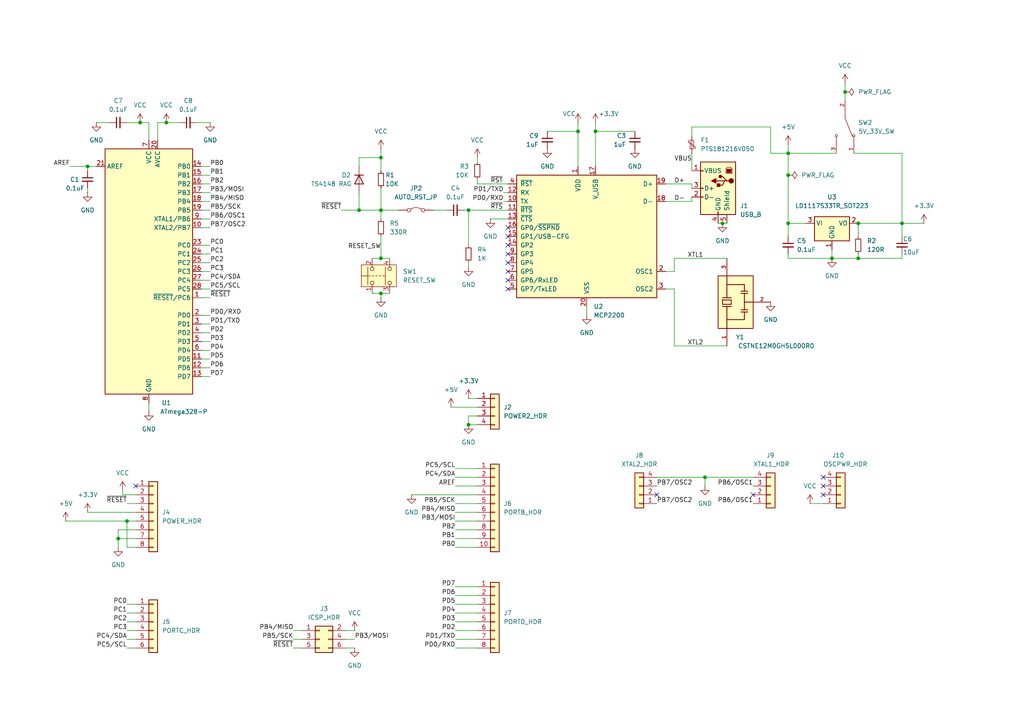
<source format=kicad_sch>
(kicad_sch (version 20250114) (generator "eeschema") (generator_version "9.0")
  (paper "A4")
  (title_block (title "Sassuino Uno DIP") (date "2025-05-12") (rev "1") (company "Joshua Elsasser") (comment 1 "https://github.com/jre/sassuino"))
  (lib_symbols
    (symbol "0Sassuino:CSTNE12M0GH5L000R0" (pin_names (offset 1.016))
      (property "Reference" "Y" (at -7.62 6.35 0))
      (property "Value" "CSTNE12M0GH5L000R0" (at 1.27 -6.35 0))
      (symbol "CSTNE12M0GH5L000R0_0_0"
        (pin input line (at -12.7 2.54 0) (length 5.08) (name "~") (number "1"))
        (pin power_in line (at 0 -10.16 90) (length 5.08) (name "~") (number "2"))
        (pin output line (at 12.7 2.54 180) (length 5.08) (name "~") (number "3"))
      )
    )
    (symbol "0Sassuino:MCP2200-I-SO" (pin_names (offset 1.016))
      (property "Reference" "U" (at -20.32 -19.05 0))
      (property "Value" "MCP2200-I-SO" (at -20.32 19.05 0))
      (symbol "MCP2200-I-SO_1_1"
        (pin input line (at -22.86 15.24 0) (length 2.54) (name "~{RST}") (number "4"))
        (pin input line (at -22.86 12.7 0) (length 2.54) (name "RX") (number "12"))
        (pin output line (at -22.86 10.16 0) (length 2.54) (name "TX") (number "10"))
        (pin output line (at -22.86 7.62 0) (length 2.54) (name "~{RTS}") (number "11"))
        (pin input line (at -22.86 5.08 0) (length 2.54) (name "~{CTS}") (number "13"))
        (pin bidirectional line (at -22.86 2.54 0) (length 2.54) (name "GP0/~{SSPND}") (number "16"))
        (pin bidirectional line (at -22.86 0 0) (length 2.54) (name "GP1/USB-CFG") (number "15"))
        (pin bidirectional line (at -22.86 -2.54 0) (length 2.54) (name "GP2") (number "14"))
        (pin bidirectional line (at -22.86 -5.08 0) (length 2.54) (name "GP3") (number "9"))
        (pin bidirectional line (at -22.86 -7.62 0) (length 2.54) (name "GP4") (number "8"))
        (pin bidirectional line (at -22.86 -10.16 0) (length 2.54) (name "GP5") (number "7"))
        (pin bidirectional line (at -22.86 -12.7 0) (length 2.54) (name "GP6/RxLED") (number "6"))
        (pin bidirectional line (at -22.86 -15.24 0) (length 2.54) (name "GP7/TxLED") (number "5"))
        (pin power_in line (at -2.54 20.32 270) (length 2.54) (name "VDD") (number "1"))
        (pin power_in line (at 0 -20.32 90) (length 2.54) (name "VSS") (number "20"))
        (pin power_in line (at 2.54 20.32 270) (length 2.54) (name "V_USB") (number "17"))
        (pin bidirectional line (at 22.86 15.24 180) (length 2.54) (name "D+") (number "19"))
        (pin bidirectional line (at 22.86 10.16 180) (length 2.54) (name "D-") (number "18"))
        (pin input line (at 22.86 -10.16 180) (length 2.54) (name "OSC1") (number "2"))
        (pin output line (at 22.86 -15.24 180) (length 2.54) (name "OSC2") (number "3"))
      )
    )
    (symbol "0Sassuino:SLW-883935-2A-D" (pin_names (offset 1.016))
      (property "Reference" "S" (at -2.54 5.08 0))
      (property "Value" "SLW-883935-2A-D" (at -2.54 -5.08 0))
      (symbol "SLW-883935-2A-D_0_0"
        (pin passive line (at -7.62 0 0) (length 2.54) (name "~") (number "2"))
        (pin passive line (at 7.62 2.54 180) (length 2.54) (name "~") (number "1"))
        (pin passive line (at 7.62 -2.54 180) (length 2.54) (name "~") (number "3"))
      )
    )
    (symbol "Connector:USB_B" (pin_names (offset 1.016))
      (property "Reference" "J" (at -5.08 11.43 0))
      (property "Value" "USB_B" (at -5.08 8.89 0))
      (symbol "USB_B_1_1"
        (pin passive line (at -2.54 -10.16 90) (length 2.54) (name "Shield") (number "5"))
        (pin power_out line (at 0 -10.16 90) (length 2.54) (name "GND") (number "4"))
        (pin power_out line (at 7.62 5.08 180) (length 2.54) (name "VBUS") (number "1"))
        (pin bidirectional line (at 7.62 0 180) (length 2.54) (name "D+") (number "3"))
        (pin bidirectional line (at 7.62 -2.54 180) (length 2.54) (name "D-") (number "2"))
      )
    )
    (symbol "Connector_Generic:Conn_01x04" (pin_names (offset 1.016) (hide yes))
      (property "Reference" "J" (at 0 5.08 0))
      (property "Value" "Conn_01x04" (at 0 -7.62 0))
      (symbol "Conn_01x04_1_1"
        (pin passive line (at -5.08 2.54 0) (length 3.81) (name "Pin_1") (number "1"))
        (pin passive line (at -5.08 0 0) (length 3.81) (name "Pin_2") (number "2"))
        (pin passive line (at -5.08 -2.54 0) (length 3.81) (name "Pin_3") (number "3"))
        (pin passive line (at -5.08 -5.08 0) (length 3.81) (name "Pin_4") (number "4"))
      )
    )
    (symbol "Connector_Generic:Conn_01x06" (pin_names (offset 1.016) (hide yes))
      (property "Reference" "J" (at 0 7.62 0))
      (property "Value" "Conn_01x06" (at 0 -10.16 0))
      (symbol "Conn_01x06_1_1"
        (pin passive line (at -5.08 5.08 0) (length 3.81) (name "Pin_1") (number "1"))
        (pin passive line (at -5.08 2.54 0) (length 3.81) (name "Pin_2") (number "2"))
        (pin passive line (at -5.08 0 0) (length 3.81) (name "Pin_3") (number "3"))
        (pin passive line (at -5.08 -2.54 0) (length 3.81) (name "Pin_4") (number "4"))
        (pin passive line (at -5.08 -5.08 0) (length 3.81) (name "Pin_5") (number "5"))
        (pin passive line (at -5.08 -7.62 0) (length 3.81) (name "Pin_6") (number "6"))
      )
    )
    (symbol "Connector_Generic:Conn_01x08" (pin_names (offset 1.016) (hide yes))
      (property "Reference" "J" (at 0 10.16 0))
      (property "Value" "Conn_01x08" (at 0 -12.7 0))
      (symbol "Conn_01x08_1_1"
        (pin passive line (at -5.08 7.62 0) (length 3.81) (name "Pin_1") (number "1"))
        (pin passive line (at -5.08 5.08 0) (length 3.81) (name "Pin_2") (number "2"))
        (pin passive line (at -5.08 2.54 0) (length 3.81) (name "Pin_3") (number "3"))
        (pin passive line (at -5.08 0 0) (length 3.81) (name "Pin_4") (number "4"))
        (pin passive line (at -5.08 -2.54 0) (length 3.81) (name "Pin_5") (number "5"))
        (pin passive line (at -5.08 -5.08 0) (length 3.81) (name "Pin_6") (number "6"))
        (pin passive line (at -5.08 -7.62 0) (length 3.81) (name "Pin_7") (number "7"))
        (pin passive line (at -5.08 -10.16 0) (length 3.81) (name "Pin_8") (number "8"))
      )
    )
    (symbol "Connector_Generic:Conn_01x10" (pin_names (offset 1.016) (hide yes))
      (property "Reference" "J" (at 0 12.7 0))
      (property "Value" "Conn_01x10" (at 0 -15.24 0))
      (symbol "Conn_01x10_1_1"
        (pin passive line (at -5.08 10.16 0) (length 3.81) (name "Pin_1") (number "1"))
        (pin passive line (at -5.08 7.62 0) (length 3.81) (name "Pin_2") (number "2"))
        (pin passive line (at -5.08 5.08 0) (length 3.81) (name "Pin_3") (number "3"))
        (pin passive line (at -5.08 2.54 0) (length 3.81) (name "Pin_4") (number "4"))
        (pin passive line (at -5.08 0 0) (length 3.81) (name "Pin_5") (number "5"))
        (pin passive line (at -5.08 -2.54 0) (length 3.81) (name "Pin_6") (number "6"))
        (pin passive line (at -5.08 -5.08 0) (length 3.81) (name "Pin_7") (number "7"))
        (pin passive line (at -5.08 -7.62 0) (length 3.81) (name "Pin_8") (number "8"))
        (pin passive line (at -5.08 -10.16 0) (length 3.81) (name "Pin_9") (number "9"))
        (pin passive line (at -5.08 -12.7 0) (length 3.81) (name "Pin_10") (number "10"))
      )
    )
    (symbol "Connector_Generic:Conn_02x03_Odd_Even" (pin_names (offset 1.016) (hide yes))
      (property "Reference" "J" (at 1.27 5.08 0))
      (property "Value" "Conn_02x03_Odd_Even" (at 1.27 -5.08 0))
      (symbol "Conn_02x03_Odd_Even_1_1"
        (pin passive line (at -5.08 2.54 0) (length 3.81) (name "Pin_1") (number "1"))
        (pin passive line (at -5.08 0 0) (length 3.81) (name "Pin_3") (number "3"))
        (pin passive line (at -5.08 -2.54 0) (length 3.81) (name "Pin_5") (number "5"))
        (pin passive line (at 7.62 2.54 180) (length 3.81) (name "Pin_2") (number "2"))
        (pin passive line (at 7.62 0 180) (length 3.81) (name "Pin_4") (number "4"))
        (pin passive line (at 7.62 -2.54 180) (length 3.81) (name "Pin_6") (number "6"))
      )
    )
    (symbol "Device:C_Small" (pin_numbers (hide yes)) (pin_names (offset 0.254) (hide yes))
      (property "Reference" "C" (at 0.254 1.778 0))
      (property "Value" "C_Small" (at 0.254 -2.032 0))
      (symbol "C_Small_1_1"
        (pin passive line (at 0 2.54 270) (length 2.032) (name "~") (number "1"))
        (pin passive line (at 0 -2.54 90) (length 2.032) (name "~") (number "2"))
      )
    )
    (symbol "Device:D" (pin_numbers (hide yes)) (pin_names (offset 1.016) (hide yes))
      (property "Reference" "D" (at 0 2.54 0))
      (property "Value" "D" (at 0 -2.54 0))
      (symbol "D_1_1"
        (pin passive line (at -3.81 0 0) (length 2.54) (name "K") (number "1"))
        (pin passive line (at 3.81 0 180) (length 2.54) (name "A") (number "2"))
      )
    )
    (symbol "Device:Polyfuse_Small" (pin_numbers (hide yes)) (pin_names (offset 0))
      (property "Reference" "F" (at -1.905 0 90))
      (property "Value" "Polyfuse_Small" (at 1.905 0 90))
      (symbol "Polyfuse_Small_1_1"
        (pin passive line (at 0 2.54 270) (length 0.635) (name "~") (number "1"))
        (pin passive line (at 0 -2.54 90) (length 0.635) (name "~") (number "2"))
      )
    )
    (symbol "Device:R_Small" (pin_numbers (hide yes)) (pin_names (offset 0.254) (hide yes))
      (property "Reference" "R" (at 0 0 90))
      (property "Value" "R_Small" (at 1.778 0 90))
      (symbol "R_Small_1_1"
        (pin passive line (at 0 2.54 270) (length 0.762) (name "~") (number "1"))
        (pin passive line (at 0 -2.54 90) (length 0.762) (name "~") (number "2"))
      )
    )
    (symbol "Jumper:Jumper_2_Bridged" (pin_numbers (hide yes)) (pin_names (offset 0) (hide yes))
      (property "Reference" "JP" (at 0 1.905 0))
      (property "Value" "Jumper_2_Bridged" (at 0 -2.54 0))
      (symbol "Jumper_2_Bridged_1_1"
        (pin passive line (at -5.08 0 0) (length 2.54) (name "A") (number "1"))
        (pin passive line (at 5.08 0 180) (length 2.54) (name "B") (number "2"))
      )
    )
    (symbol "MCU_Microchip_ATmega:ATmega328-P"
      (property "Reference" "U" (at -12.7 36.83 0))
      (property "Value" "ATmega328-P" (at 2.54 -36.83 0))
      (symbol "ATmega328-P_1_1"
        (pin passive line (at -15.24 30.48 0) (length 2.54) (name "AREF") (number "21"))
        (pin power_in line (at 0 38.1 270) (length 2.54) (name "VCC") (number "7"))
        (pin passive line (at 0 -38.1 90) (length 2.54) (hide yes) (name "GND") (number "22"))
        (pin power_in line (at 0 -38.1 90) (length 2.54) (name "GND") (number "8"))
        (pin power_in line (at 2.54 38.1 270) (length 2.54) (name "AVCC") (number "20"))
        (pin bidirectional line (at 15.24 30.48 180) (length 2.54) (name "PB0") (number "14"))
        (pin bidirectional line (at 15.24 27.94 180) (length 2.54) (name "PB1") (number "15"))
        (pin bidirectional line (at 15.24 25.4 180) (length 2.54) (name "PB2") (number "16"))
        (pin bidirectional line (at 15.24 22.86 180) (length 2.54) (name "PB3") (number "17"))
        (pin bidirectional line (at 15.24 20.32 180) (length 2.54) (name "PB4") (number "18"))
        (pin bidirectional line (at 15.24 17.78 180) (length 2.54) (name "PB5") (number "19"))
        (pin bidirectional line (at 15.24 15.24 180) (length 2.54) (name "XTAL1/PB6") (number "9"))
        (pin bidirectional line (at 15.24 12.7 180) (length 2.54) (name "XTAL2/PB7") (number "10"))
        (pin bidirectional line (at 15.24 7.62 180) (length 2.54) (name "PC0") (number "23"))
        (pin bidirectional line (at 15.24 5.08 180) (length 2.54) (name "PC1") (number "24"))
        (pin bidirectional line (at 15.24 2.54 180) (length 2.54) (name "PC2") (number "25"))
        (pin bidirectional line (at 15.24 0 180) (length 2.54) (name "PC3") (number "26"))
        (pin bidirectional line (at 15.24 -2.54 180) (length 2.54) (name "PC4") (number "27"))
        (pin bidirectional line (at 15.24 -5.08 180) (length 2.54) (name "PC5") (number "28"))
        (pin bidirectional line (at 15.24 -7.62 180) (length 2.54) (name "~{RESET}/PC6") (number "1"))
        (pin bidirectional line (at 15.24 -12.7 180) (length 2.54) (name "PD0") (number "2"))
        (pin bidirectional line (at 15.24 -15.24 180) (length 2.54) (name "PD1") (number "3"))
        (pin bidirectional line (at 15.24 -17.78 180) (length 2.54) (name "PD2") (number "4"))
        (pin bidirectional line (at 15.24 -20.32 180) (length 2.54) (name "PD3") (number "5"))
        (pin bidirectional line (at 15.24 -22.86 180) (length 2.54) (name "PD4") (number "6"))
        (pin bidirectional line (at 15.24 -25.4 180) (length 2.54) (name "PD5") (number "11"))
        (pin bidirectional line (at 15.24 -27.94 180) (length 2.54) (name "PD6") (number "12"))
        (pin bidirectional line (at 15.24 -30.48 180) (length 2.54) (name "PD7") (number "13"))
      )
    )
    (symbol "Regulator_Linear:LD1117S33TR_SOT223"
      (property "Reference" "U" (at -3.81 3.175 0))
      (property "Value" "LD1117S33TR_SOT223" (at 0 3.175 0))
      (symbol "LD1117S33TR_SOT223_1_1"
        (pin power_in line (at -7.62 0 0) (length 2.54) (name "VI") (number "3"))
        (pin power_in line (at 0 -7.62 90) (length 2.54) (name "GND") (number "1"))
        (pin power_out line (at 7.62 0 180) (length 2.54) (name "VO") (number "2"))
      )
    )
    (symbol "Switch:SW_Push_Dual" (pin_names (offset 1.016) (hide yes))
      (property "Reference" "SW" (at 0 7.62 0))
      (property "Value" "SW_Push_Dual" (at 0 -6.35 0))
      (symbol "SW_Push_Dual_0_1"
        (pin passive line (at -5.08 2.54 0) (length 2.54) (name "1") (number "1"))
        (pin passive line (at -5.08 -2.54 0) (length 2.54) (name "3") (number "3"))
        (pin passive line (at 5.08 2.54 180) (length 2.54) (name "2") (number "2"))
        (pin passive line (at 5.08 -2.54 180) (length 2.54) (name "4") (number "4"))
      )
    )
    (symbol "power:+3.3V" (power) (pin_numbers (hide yes)) (pin_names (offset 0) (hide yes))
      (property "Value" "+3.3V" (at 0 3.556 0))
      (symbol "+3.3V_1_1"
        (pin power_in line (at 0 0 90) (length 0) (name "~") (number "1"))
      )
    )
    (symbol "power:+5V" (power) (pin_numbers (hide yes)) (pin_names (offset 0) (hide yes))
      (property "Value" "+5V" (at 0 3.556 0))
      (symbol "+5V_1_1"
        (pin power_in line (at 0 0 90) (length 0) (name "~") (number "1"))
      )
    )
    (symbol "power:GND" (power) (pin_numbers (hide yes)) (pin_names (offset 0) (hide yes))
      (property "Value" "GND" (at 0 -3.81 0))
      (symbol "GND_1_1"
        (pin power_in line (at 0 0 270) (length 0) (name "~") (number "1"))
      )
    )
    (symbol "power:PWR_FLAG" (power) (pin_numbers (hide yes)) (pin_names (offset 0) (hide yes))
      (property "Value" "PWR_FLAG" (at 0 3.81 0))
      (symbol "PWR_FLAG_0_0"
        (pin power_out line (at 0 0 90) (length 0) (name "~") (number "1"))
      )
    )
    (symbol "power:VCC" (power) (pin_numbers (hide yes)) (pin_names (offset 0) (hide yes))
      (property "Value" "VCC" (at 0 3.556 0))
      (symbol "VCC_1_1"
        (pin power_in line (at 0 0 90) (length 0) (name "~") (number "1"))
      )
    )
  )
  (junction (at 34.29 156.21))
  (junction (at 209.55 64.77))
  (junction (at 110.49 85.09))
  (junction (at 110.49 74.93))
  (junction (at 36.83 151.13))
  (junction (at 135.89 60.96))
  (junction (at 104.14 60.96))
  (junction (at 172.72 38.1))
  (junction (at 25.4 48.26))
  (junction (at 228.6 64.77))
  (junction (at 167.64 38.1))
  (junction (at 261.62 64.77))
  (junction (at 110.49 60.96))
  (junction (at 228.6 44.45))
  (junction (at 135.89 123.19))
  (junction (at 48.26 35.56))
  (junction (at 228.6 50.8))
  (junction (at 40.64 35.56))
  (junction (at 204.47 138.43))
  (junction (at 110.49 45.72))
  (junction (at 245.11 26.67))
  (junction (at 248.92 64.77))
  (junction (at 248.92 74.93))
  (junction (at 241.3 74.93))
  (no_connect (at 147.32 78.74))
  (no_connect (at 218.44 143.51))
  (no_connect (at 238.76 143.51))
  (no_connect (at 39.37 140.97))
  (no_connect (at 190.5 143.51))
  (no_connect (at 147.32 81.28))
  (no_connect (at 147.32 83.82))
  (no_connect (at 147.32 68.58))
  (no_connect (at 147.32 71.12))
  (no_connect (at 238.76 138.43))
  (no_connect (at 147.32 66.04))
  (no_connect (at 238.76 140.97))
  (no_connect (at 147.32 76.2))
  (no_connect (at 147.32 73.66))
  (wire (pts (xy 228.6 44.45) (xy 242.57 44.45)))
  (wire (pts (xy 132.08 177.8) (xy 138.43 177.8)))
  (wire (pts (xy 36.83 146.05) (xy 39.37 146.05)))
  (wire (pts (xy 138.43 53.34) (xy 138.43 52.07)))
  (wire (pts (xy 110.49 68.58) (xy 110.49 74.93)))
  (wire (pts (xy 200.66 44.45) (xy 200.66 49.53)))
  (wire (pts (xy 58.42 86.36) (xy 60.96 86.36)))
  (wire (pts (xy 36.83 35.56) (xy 40.64 35.56)))
  (wire (pts (xy 36.83 182.88) (xy 39.37 182.88)))
  (wire (pts (xy 57.15 35.56) (xy 60.96 35.56)))
  (wire (pts (xy 39.37 153.67) (xy 34.29 153.67)))
  (wire (pts (xy 132.08 135.89) (xy 138.43 135.89)))
  (wire (pts (xy 130.81 118.11) (xy 138.43 118.11)))
  (wire (pts (xy 248.92 74.93) (xy 241.3 74.93)))
  (wire (pts (xy 58.42 73.66) (xy 60.96 73.66)))
  (wire (pts (xy 100.33 185.42) (xy 102.87 185.42)))
  (wire (pts (xy 261.62 44.45) (xy 261.62 64.77)))
  (wire (pts (xy 45.72 35.56) (xy 45.72 40.64)))
  (wire (pts (xy 135.89 60.96) (xy 147.32 60.96)))
  (wire (pts (xy 132.08 187.96) (xy 138.43 187.96)))
  (wire (pts (xy 58.42 48.26) (xy 60.96 48.26)))
  (wire (pts (xy 58.42 101.6) (xy 60.96 101.6)))
  (wire (pts (xy 132.08 158.75) (xy 138.43 158.75)))
  (wire (pts (xy 248.92 64.77) (xy 248.92 68.58)))
  (wire (pts (xy 110.49 43.18) (xy 110.49 45.72)))
  (wire (pts (xy 43.18 116.84) (xy 43.18 119.38)))
  (wire (pts (xy 200.66 39.37) (xy 200.66 36.83)))
  (wire (pts (xy 135.89 123.19) (xy 138.43 123.19)))
  (wire (pts (xy 58.42 83.82) (xy 60.96 83.82)))
  (wire (pts (xy 210.82 74.93) (xy 195.58 74.93)))
  (wire (pts (xy 132.08 156.21) (xy 138.43 156.21)))
  (wire (pts (xy 110.49 54.61) (xy 110.49 60.96)))
  (wire (pts (xy 261.62 74.93) (xy 248.92 74.93)))
  (wire (pts (xy 100.33 182.88) (xy 102.87 182.88)))
  (wire (pts (xy 110.49 85.09) (xy 113.03 85.09)))
  (wire (pts (xy 25.4 148.59) (xy 39.37 148.59)))
  (wire (pts (xy 110.49 60.96) (xy 110.49 63.5)))
  (wire (pts (xy 261.62 64.77) (xy 267.97 64.77)))
  (wire (pts (xy 104.14 60.96) (xy 110.49 60.96)))
  (wire (pts (xy 58.42 104.14) (xy 60.96 104.14)))
  (wire (pts (xy 43.18 35.56) (xy 43.18 40.64)))
  (wire (pts (xy 25.4 49.53) (xy 25.4 48.26)))
  (wire (pts (xy 228.6 74.93) (xy 228.6 73.66)))
  (wire (pts (xy 132.08 140.97) (xy 138.43 140.97)))
  (wire (pts (xy 138.43 120.65) (xy 135.89 120.65)))
  (wire (pts (xy 184.15 38.1) (xy 172.72 38.1)))
  (wire (pts (xy 58.42 76.2) (xy 60.96 76.2)))
  (wire (pts (xy 58.42 66.04) (xy 60.96 66.04)))
  (wire (pts (xy 172.72 35.56) (xy 172.72 38.1)))
  (wire (pts (xy 104.14 48.26) (xy 104.14 45.72)))
  (wire (pts (xy 27.94 35.56) (xy 31.75 35.56)))
  (wire (pts (xy 134.62 60.96) (xy 135.89 60.96)))
  (wire (pts (xy 110.49 45.72) (xy 110.49 49.53)))
  (wire (pts (xy 228.6 64.77) (xy 228.6 68.58)))
  (wire (pts (xy 35.56 143.51) (xy 35.56 142.24)))
  (wire (pts (xy 245.11 24.13) (xy 245.11 26.67)))
  (wire (pts (xy 210.82 100.33) (xy 195.58 100.33)))
  (wire (pts (xy 135.89 77.47) (xy 135.89 76.2)))
  (wire (pts (xy 228.6 64.77) (xy 233.68 64.77)))
  (wire (pts (xy 25.4 48.26) (xy 27.94 48.26)))
  (wire (pts (xy 247.65 44.45) (xy 261.62 44.45)))
  (wire (pts (xy 132.08 170.18) (xy 138.43 170.18)))
  (wire (pts (xy 132.08 182.88) (xy 138.43 182.88)))
  (wire (pts (xy 39.37 158.75) (xy 36.83 158.75)))
  (wire (pts (xy 85.09 187.96) (xy 87.63 187.96)))
  (wire (pts (xy 132.08 138.43) (xy 138.43 138.43)))
  (wire (pts (xy 58.42 96.52) (xy 60.96 96.52)))
  (wire (pts (xy 146.05 58.42) (xy 147.32 58.42)))
  (wire (pts (xy 19.05 151.13) (xy 36.83 151.13)))
  (wire (pts (xy 170.18 88.9) (xy 170.18 91.44)))
  (wire (pts (xy 158.75 38.1) (xy 167.64 38.1)))
  (wire (pts (xy 195.58 74.93) (xy 195.58 78.74)))
  (wire (pts (xy 234.95 146.05) (xy 238.76 146.05)))
  (wire (pts (xy 167.64 35.56) (xy 167.64 38.1)))
  (wire (pts (xy 36.83 175.26) (xy 39.37 175.26)))
  (wire (pts (xy 58.42 50.8) (xy 60.96 50.8)))
  (wire (pts (xy 142.24 63.5) (xy 147.32 63.5)))
  (wire (pts (xy 58.42 106.68) (xy 60.96 106.68)))
  (wire (pts (xy 132.08 153.67) (xy 138.43 153.67)))
  (wire (pts (xy 147.32 53.34) (xy 138.43 53.34)))
  (wire (pts (xy 228.6 41.91) (xy 228.6 44.45)))
  (wire (pts (xy 248.92 73.66) (xy 248.92 74.93)))
  (wire (pts (xy 99.06 60.96) (xy 104.14 60.96)))
  (wire (pts (xy 241.3 74.93) (xy 228.6 74.93)))
  (wire (pts (xy 193.04 83.82) (xy 195.58 83.82)))
  (wire (pts (xy 261.62 64.77) (xy 261.62 68.58)))
  (wire (pts (xy 36.83 187.96) (xy 39.37 187.96)))
  (wire (pts (xy 119.38 143.51) (xy 138.43 143.51)))
  (wire (pts (xy 58.42 91.44) (xy 60.96 91.44)))
  (wire (pts (xy 193.04 53.34) (xy 200.66 53.34)))
  (wire (pts (xy 223.52 44.45) (xy 228.6 44.45)))
  (wire (pts (xy 36.83 151.13) (xy 39.37 151.13)))
  (wire (pts (xy 107.95 85.09) (xy 110.49 85.09)))
  (wire (pts (xy 58.42 55.88) (xy 60.96 55.88)))
  (wire (pts (xy 36.83 185.42) (xy 39.37 185.42)))
  (wire (pts (xy 36.83 158.75) (xy 36.83 151.13)))
  (wire (pts (xy 138.43 45.72) (xy 138.43 46.99)))
  (wire (pts (xy 58.42 78.74) (xy 60.96 78.74)))
  (wire (pts (xy 132.08 151.13) (xy 138.43 151.13)))
  (wire (pts (xy 193.04 78.74) (xy 195.58 78.74)))
  (wire (pts (xy 110.49 86.36) (xy 110.49 85.09)))
  (wire (pts (xy 209.55 64.77) (xy 210.82 64.77)))
  (wire (pts (xy 241.3 72.39) (xy 241.3 74.93)))
  (wire (pts (xy 85.09 185.42) (xy 87.63 185.42)))
  (wire (pts (xy 58.42 71.12) (xy 60.96 71.12)))
  (wire (pts (xy 135.89 120.65) (xy 135.89 123.19)))
  (wire (pts (xy 110.49 60.96) (xy 115.57 60.96)))
  (wire (pts (xy 100.33 187.96) (xy 102.87 187.96)))
  (wire (pts (xy 228.6 44.45) (xy 228.6 50.8)))
  (wire (pts (xy 58.42 63.5) (xy 60.96 63.5)))
  (wire (pts (xy 39.37 143.51) (xy 35.56 143.51)))
  (wire (pts (xy 193.04 58.42) (xy 200.66 58.42)))
  (wire (pts (xy 34.29 156.21) (xy 34.29 158.75)))
  (wire (pts (xy 58.42 81.28) (xy 60.96 81.28)))
  (wire (pts (xy 245.11 26.67) (xy 245.11 29.21)))
  (wire (pts (xy 48.26 35.56) (xy 52.07 35.56)))
  (wire (pts (xy 195.58 100.33) (xy 195.58 83.82)))
  (wire (pts (xy 58.42 60.96) (xy 60.96 60.96)))
  (wire (pts (xy 132.08 172.72) (xy 138.43 172.72)))
  (wire (pts (xy 104.14 55.88) (xy 104.14 60.96)))
  (wire (pts (xy 85.09 182.88) (xy 87.63 182.88)))
  (wire (pts (xy 107.95 74.93) (xy 110.49 74.93)))
  (wire (pts (xy 34.29 153.67) (xy 34.29 156.21)))
  (wire (pts (xy 132.08 148.59) (xy 138.43 148.59)))
  (wire (pts (xy 104.14 45.72) (xy 110.49 45.72)))
  (wire (pts (xy 34.29 156.21) (xy 39.37 156.21)))
  (wire (pts (xy 132.08 175.26) (xy 138.43 175.26)))
  (wire (pts (xy 190.5 138.43) (xy 204.47 138.43)))
  (wire (pts (xy 167.64 38.1) (xy 167.64 48.26)))
  (wire (pts (xy 36.83 180.34) (xy 39.37 180.34)))
  (wire (pts (xy 146.05 55.88) (xy 147.32 55.88)))
  (wire (pts (xy 200.66 36.83) (xy 223.52 36.83)))
  (wire (pts (xy 58.42 53.34) (xy 60.96 53.34)))
  (wire (pts (xy 200.66 58.42) (xy 200.66 57.15)))
  (wire (pts (xy 208.28 64.77) (xy 209.55 64.77)))
  (wire (pts (xy 248.92 64.77) (xy 261.62 64.77)))
  (wire (pts (xy 132.08 180.34) (xy 138.43 180.34)))
  (wire (pts (xy 58.42 93.98) (xy 60.96 93.98)))
  (wire (pts (xy 58.42 58.42) (xy 60.96 58.42)))
  (wire (pts (xy 135.89 115.57) (xy 138.43 115.57)))
  (wire (pts (xy 36.83 177.8) (xy 39.37 177.8)))
  (wire (pts (xy 58.42 109.22) (xy 60.96 109.22)))
  (wire (pts (xy 172.72 38.1) (xy 172.72 48.26)))
  (wire (pts (xy 25.4 55.88) (xy 25.4 54.61)))
  (wire (pts (xy 125.73 60.96) (xy 129.54 60.96)))
  (wire (pts (xy 135.89 71.12) (xy 135.89 60.96)))
  (wire (pts (xy 200.66 53.34) (xy 200.66 54.61)))
  (wire (pts (xy 132.08 185.42) (xy 138.43 185.42)))
  (wire (pts (xy 223.52 36.83) (xy 223.52 44.45)))
  (wire (pts (xy 40.64 35.56) (xy 43.18 35.56)))
  (wire (pts (xy 204.47 138.43) (xy 218.44 138.43)))
  (wire (pts (xy 110.49 74.93) (xy 113.03 74.93)))
  (wire (pts (xy 228.6 50.8) (xy 228.6 64.77)))
  (wire (pts (xy 204.47 138.43) (xy 204.47 140.97)))
  (wire (pts (xy 132.08 146.05) (xy 138.43 146.05)))
  (wire (pts (xy 45.72 35.56) (xy 48.26 35.56)))
  (wire (pts (xy 261.62 73.66) (xy 261.62 74.93)))
  (wire (pts (xy 58.42 99.06) (xy 60.96 99.06)))
  (wire (pts (xy 20.32 48.26) (xy 25.4 48.26)))
  (label "PD2" (at 60.96 96.52 0))
  (label "PB3{slash}MOSI" (at 60.96 55.88 0))
  (label "XTL2" (at 199.39 100.33 0))
  (label "PC3" (at 60.96 78.74 0))
  (label "PD2" (at 132.08 182.88 180))
  (label "PB4{slash}MISO" (at 132.08 148.59 180))
  (label "PB0" (at 60.96 48.26 0))
  (label "~{RST}" (at 142.24 53.34 0))
  (label "PC0" (at 60.96 71.12 0))
  (label "PB4{slash}MISO" (at 60.96 58.42 0))
  (label "RESET_SW" (at 110.49 72.39 180))
  (label "PB7{slash}OSC2" (at 190.5 146.05 0))
  (label "PD4" (at 60.96 101.6 0))
  (label "PB5{slash}SCK" (at 60.96 60.96 0))
  (label "PB1" (at 60.96 50.8 0))
  (label "AREF" (at 132.08 140.97 180))
  (label "PB0" (at 132.08 158.75 180))
  (label "PC4{slash}SDA" (at 36.83 185.42 180))
  (label "D+" (at 195.58 53.34 0))
  (label "D-" (at 195.58 58.42 0))
  (label "AREF" (at 20.32 48.26 180))
  (label "PB7{slash}OSC2" (at 60.96 66.04 0))
  (label "~{RESET}" (at 99.06 60.96 180))
  (label "~{RTS}" (at 142.24 60.96 0))
  (label "PC2" (at 36.83 180.34 180))
  (label "PB3{slash}MOSI" (at 102.87 185.42 0))
  (label "~{RESET}" (at 60.96 86.36 0))
  (label "PD7" (at 60.96 109.22 0))
  (label "PC4{slash}SDA" (at 132.08 138.43 180))
  (label "PC2" (at 60.96 76.2 0))
  (label "XTL1" (at 199.39 74.93 0))
  (label "PC3" (at 36.83 182.88 180))
  (label "~{RESET}" (at 36.83 146.05 180))
  (label "PB2" (at 60.96 53.34 0))
  (label "PD3" (at 60.96 99.06 0))
  (label "PD1{slash}TXD" (at 60.96 93.98 0))
  (label "PD1{slash}TXD" (at 146.05 55.88 180))
  (label "~{RESET}" (at 85.09 187.96 180))
  (label "PC4{slash}SDA" (at 60.96 81.28 0))
  (label "PD1{slash}TXD" (at 132.08 185.42 180))
  (label "PB4{slash}MISO" (at 85.09 182.88 180))
  (label "PB6{slash}OSC1" (at 60.96 63.5 0))
  (label "PD4" (at 132.08 177.8 180))
  (label "PD0{slash}RXD" (at 60.96 91.44 0))
  (label "PB6{slash}OSC1" (at 218.44 146.05 180))
  (label "PC1" (at 60.96 73.66 0))
  (label "PB5{slash}SCK" (at 85.09 185.42 180))
  (label "VBUS" (at 200.66 46.99 180))
  (label "PD7" (at 132.08 170.18 180))
  (label "PD3" (at 132.08 180.34 180))
  (label "PC5{slash}SCL" (at 132.08 135.89 180))
  (label "PD0{slash}RXD" (at 132.08 187.96 180))
  (label "PB7{slash}OSC2" (at 190.5 140.97 0))
  (label "PB5{slash}SCK" (at 132.08 146.05 180))
  (label "PB3{slash}MOSI" (at 132.08 151.13 180))
  (label "PB2" (at 132.08 153.67 180))
  (label "PC5{slash}SCL" (at 36.83 187.96 180))
  (label "PD6" (at 60.96 106.68 0))
  (label "PC1" (at 36.83 177.8 180))
  (label "PD5" (at 60.96 104.14 0))
  (label "PC5{slash}SCL" (at 60.96 83.82 0))
  (label "PD0{slash}RXD" (at 146.05 58.42 180))
  (label "PC0" (at 36.83 175.26 180))
  (label "PD5" (at 132.08 175.26 180))
  (label "PB6{slash}OSC1" (at 218.44 140.97 180))
  (label "PD6" (at 132.08 172.72 180))
  (label "PB1" (at 132.08 156.21 180))
  (symbol (lib_id "Device:Polyfuse_Small") (at 200.66 41.91 0) (unit 1)
    (property "Reference" "F1" (at 203.2 40.6399 0) (effects (justify left)))
    (property "Value" "PTS181216V050" (at 203.2 43.1799 0) (effects (justify left)))
    (property "Footprint" "Fuse:Fuse_1812_4532Metric" (effects (hide yes)))
    (property "Description" "Resettable fuse, polymeric positive temperature coefficient, small symbol" (effects (hide yes)))
  )
  (symbol (lib_id "Switch:SW_Push_Dual") (at 110.49 80.01 90) (unit 1)
    (property "Reference" "SW1" (at 116.84 78.7399 90) (effects (justify right)))
    (property "Value" "RESET_SW" (at 116.84 81.2799 90) (effects (justify right)))
    (property "Footprint" "0SassuinoFP:SW4_1825910-B_TEC" (effects (hide yes)))
    (property "Description" "Push button switch, generic, symbol, four pins" (effects (hide yes)))
  )
  (symbol (lib_id "Connector_Generic:Conn_01x08") (at 44.45 148.59 0) (unit 1)
    (property "Reference" "J4" (at 46.99 148.5899 0) (effects (justify left)))
    (property "Value" "POWER_HDR" (at 46.99 151.1299 0) (effects (justify left)))
    (property "Footprint" "Connector_PinSocket_2.54mm:PinSocket_1x08_P2.54mm_Vertical" (effects (hide yes)))
    (property "Description" "Generic connector, single row, 01x08, script generated (kicad-library-utils/schlib/autogen/connector/)" (effects (hide yes)))
  )
  (symbol (lib_id "Device:C_Small") (at 25.4 52.07 0) (unit 1)
    (property "Reference" "C1" (at 20.32 52.07 0) (effects (justify left)))
    (property "Value" "0.1uF" (at 19.05 54.61 0) (effects (justify left)))
    (property "Footprint" "Capacitor_SMD:C_1206_3216Metric" (effects (hide yes)))
    (property "Description" "Unpolarized capacitor, small symbol" (effects (hide yes)))
  )
  (symbol (lib_id "Connector_Generic:Conn_02x03_Odd_Even") (at 92.71 185.42 0) (unit 1)
    (property "Reference" "J3" (at 93.98 176.53 0))
    (property "Value" "ICSP_HDR" (at 93.98 179.07 0))
    (property "Footprint" "Connector_PinHeader_2.54mm:PinHeader_2x03_P2.54mm_Vertical" (effects (hide yes)))
    (property "Description" "Generic connector, double row, 02x03, odd/even pin numbering scheme (row 1 odd numbers, row 2 even numbers), script generated (kicad-library-utils/schlib/autogen/connector/)" (effects (hide yes)))
  )
  (symbol (lib_id "MCU_Microchip_ATmega:ATmega328-P") (at 43.18 78.74 0) (unit 1)
    (property "Reference" "U1" (at 48.26 116.84 0))
    (property "Value" "ATmega328-P" (at 53.34 119.38 0))
    (property "Footprint" "Package_DIP:DIP-28_W7.62mm_Socket_LongPads" (effects (hide yes)))
    (property "Datasheet" "http://ww1.microchip.com/downloads/en/DeviceDoc/ATmega328_P%20AVR%20MCU%20with%20picoPower%20Technology%20Data%20Sheet%2040001984A.pdf" (effects (hide yes)))
    (property "Description" "20MHz, 32kB Flash, 2kB SRAM, 1kB EEPROM, DIP-28" (effects (hide yes)))
  )
  (symbol (lib_id "power:PWR_FLAG") (at 245.11 26.67 270) (unit 1)
    (property "Reference" "#FLG0102" (effects (hide yes)))
    (property "Value" "PWR_FLAG" (at 248.92 26.6699 90) (effects (justify left)))
    (property "Description" "Special symbol for telling ERC where power comes from" (effects (hide yes)))
  )
  (symbol (lib_id "power:PWR_FLAG") (at 228.6 50.8 270) (unit 1)
    (property "Reference" "#FLG01" (effects (hide yes)))
    (property "Value" "PWR_FLAG" (at 232.41 50.7999 90) (effects (justify left)))
    (property "Description" "Special symbol for telling ERC where power comes from" (effects (hide yes)))
  )
  (symbol (lib_id "power:GND") (at 27.94 35.56 0) (unit 1)
    (property "Reference" "#PWR0119" (effects (hide yes)))
    (property "Value" "GND" (at 27.94 40.64 0))
    (property "Description" "Power symbol creates a global label with name \"GND\" , ground" (effects (hide yes)))
  )
  (symbol (lib_id "Device:R_Small") (at 110.49 52.07 0) (unit 1)
    (property "Reference" "R1" (at 111.76 50.8 0) (effects (justify left)))
    (property "Value" "10K" (at 111.76 53.34 0) (effects (justify left)))
    (property "Footprint" "Resistor_SMD:R_1206_3216Metric" (effects (hide yes)))
    (property "Description" "Resistor, small symbol" (effects (hide yes)))
  )
  (symbol (lib_id "power:+3.3V") (at 135.89 115.57 0) (unit 1)
    (property "Reference" "#PWR010" (effects (hide yes)))
    (property "Value" "+3.3V" (at 135.89 110.49 0))
    (property "Description" "Power symbol creates a global label with name \"+3.3V\"" (effects (hide yes)))
  )
  (symbol (lib_id "power:GND") (at 60.96 35.56 0) (unit 1)
    (property "Reference" "#PWR0121" (effects (hide yes)))
    (property "Value" "GND" (at 60.96 40.64 0))
    (property "Description" "Power symbol creates a global label with name \"GND\" , ground" (effects (hide yes)))
  )
  (symbol (lib_id "power:VCC") (at 245.11 24.13 0) (unit 1)
    (property "Reference" "#PWR0116" (effects (hide yes)))
    (property "Value" "VCC" (at 245.11 19.05 0))
    (property "Description" "Power symbol creates a global label with name \"VCC\"" (effects (hide yes)))
  )
  (symbol (lib_id "power:GND") (at 204.47 140.97 0) (unit 1)
    (property "Reference" "#PWR012" (effects (hide yes)))
    (property "Value" "GND" (at 204.47 146.05 0))
    (property "Description" "Power symbol creates a global label with name \"GND\" , ground" (effects (hide yes)))
  )
  (symbol (lib_id "Device:D") (at 104.14 52.07 270) (unit 1)
    (property "Reference" "D2" (at 99.06 50.8 90) (effects (justify left)))
    (property "Value" "TS4148 RAG" (at 90.17 53.34 90) (effects (justify left)))
    (property "Footprint" "Diode_SMD:D_1206_3216Metric" (effects (hide yes)))
    (property "Description" "Diode" (effects (hide yes)))
    (property "Sim.Device" "D" (effects (hide yes)))
    (property "Sim.Pins" "1=K 2=A" (effects (hide yes)))
  )
  (symbol (lib_id "Connector_Generic:Conn_01x04") (at 243.84 143.51 0) (mirror x) (unit 1)
    (property "Reference" "J10" (at 241.3 132.08 0) (effects (justify left)))
    (property "Value" "OSCPWR_HDR" (at 238.76 134.62 0) (effects (justify left)))
    (property "Footprint" "0SassuinoFP:PinSocket_1x04_P2.54mm_Vertical_LowProfile" (effects (hide yes)))
    (property "Description" "Generic connector, single row, 01x04, script generated (kicad-library-utils/schlib/autogen/connector/)" (effects (hide yes)))
  )
  (symbol (lib_id "Connector_Generic:Conn_01x10") (at 143.51 146.05 0) (unit 1)
    (property "Reference" "J6" (at 146.05 146.0499 0) (effects (justify left)))
    (property "Value" "PORTB_HDR" (at 146.05 148.5899 0) (effects (justify left)))
    (property "Footprint" "Connector_PinSocket_2.54mm:PinSocket_1x10_P2.54mm_Vertical" (effects (hide yes)))
    (property "Description" "Generic connector, single row, 01x10, script generated (kicad-library-utils/schlib/autogen/connector/)" (effects (hide yes)))
  )
  (symbol (lib_id "power:GND") (at 25.4 55.88 0) (unit 1)
    (property "Reference" "#PWR0101" (effects (hide yes)))
    (property "Value" "GND" (at 25.4 60.96 0))
    (property "Description" "Power symbol creates a global label with name \"GND\" , ground" (effects (hide yes)))
  )
  (symbol (lib_id "power:GND") (at 209.55 64.77 0) (mirror y) (unit 1)
    (property "Reference" "#PWR0106" (effects (hide yes)))
    (property "Value" "GND" (at 209.55 69.85 0))
    (property "Description" "Power symbol creates a global label with name \"GND\" , ground" (effects (hide yes)))
  )
  (symbol (lib_id "Device:C_Small") (at 228.6 71.12 0) (unit 1)
    (property "Reference" "C5" (at 231.14 69.8562 0) (effects (justify left)))
    (property "Value" "0.1uF" (at 231.14 72.3962 0) (effects (justify left)))
    (property "Footprint" "Capacitor_SMD:C_1206_3216Metric" (effects (hide yes)))
    (property "Description" "Unpolarized capacitor, small symbol" (effects (hide yes)))
  )
  (symbol (lib_id "Device:R_Small") (at 135.89 73.66 0) (unit 1)
    (property "Reference" "R4" (at 138.43 72.3899 0) (effects (justify left)))
    (property "Value" "1K" (at 138.43 74.9299 0) (effects (justify left)))
    (property "Footprint" "Resistor_SMD:R_1206_3216Metric" (effects (hide yes)))
    (property "Description" "Resistor, small symbol" (effects (hide yes)))
  )
  (symbol (lib_id "power:GND") (at 43.18 119.38 0) (unit 1)
    (property "Reference" "#PWR0114" (effects (hide yes)))
    (property "Value" "GND" (at 43.18 124.46 0))
    (property "Description" "Power symbol creates a global label with name \"GND\" , ground" (effects (hide yes)))
  )
  (symbol (lib_id "power:VCC") (at 234.95 146.05 0) (unit 1)
    (property "Reference" "#PWR013" (effects (hide yes)))
    (property "Value" "VCC" (at 234.95 140.97 0))
    (property "Description" "Power symbol creates a global label with name \"VCC\"" (effects (hide yes)))
  )
  (symbol (lib_id "0Sassuino:MCP2200-I-SO") (at 170.18 68.58 0) (unit 1)
    (property "Reference" "U2" (at 172.1994 88.9 0) (effects (justify left)))
    (property "Value" "MCP2200" (at 172.1994 91.44 0) (effects (justify left)))
    (property "Footprint" "Package_SO:SOIC-20W_7.5x12.8mm_P1.27mm" (effects (hide yes)))
    (property "Datasheet" "http://ww1.microchip.com/downloads/en/DeviceDoc/200022228D.pdf" (effects (hide yes)))
    (property "Description" "USB 2.0 to UART Protocol Converter with GPIO, SOIC-20" (effects (hide yes)))
  )
  (symbol (lib_id "0Sassuino:CSTNE12M0GH5L000R0") (at 213.36 87.63 90) (unit 1)
    (property "Reference" "Y1" (at 215.9 97.79 90) (effects (justify left)))
    (property "Value" "CSTNE12M0GH5L000R0" (at 236.22 100.33 90) (effects (justify left)))
    (property "Footprint" "0SassuinoFP:OSC_CSTNE12M0GH5L000R0" (effects (hide yes)))
    (property "PARTREV" "JGC42-8858A" (effects (hide yes)))
    (property "MANUFACTURER" "Murata" (effects (hide yes)))
    (property "MAXIMUM_PACKAGE_HEIGHT" "0.8mm" (effects (hide yes)))
    (property "STANDARD" "Manufacturer Recomendations" (effects (hide yes)))
  )
  (symbol (lib_id "Device:C_Small") (at 34.29 35.56 90) (unit 1)
    (property "Reference" "C7" (at 34.2963 29.21 90))
    (property "Value" "0.1uF" (at 34.2963 31.75 90))
    (property "Footprint" "Capacitor_SMD:C_1206_3216Metric" (effects (hide yes)))
    (property "Description" "Unpolarized capacitor, small symbol" (effects (hide yes)))
  )
  (symbol (lib_id "Device:C_Small") (at 261.62 71.12 0) (unit 1)
    (property "Reference" "C6" (at 261.874 69.342 0) (effects (justify left)))
    (property "Value" "10uF" (at 261.874 73.152 0) (effects (justify left)))
    (property "Footprint" "Capacitor_SMD:C_1206_3216Metric" (effects (hide yes)))
    (property "Description" "Unpolarized capacitor, small symbol" (effects (hide yes)))
  )
  (symbol (lib_id "power:VCC") (at 102.87 182.88 0) (unit 1)
    (property "Reference" "#PWR0123" (effects (hide yes)))
    (property "Value" "VCC" (at 102.87 177.8 0))
    (property "Description" "Power symbol creates a global label with name \"VCC\"" (effects (hide yes)))
  )
  (symbol (lib_id "power:+3.3V") (at 172.72 35.56 0) (mirror y) (unit 1)
    (property "Reference" "#PWR02" (effects (hide yes)))
    (property "Value" "+3.3V" (at 176.53 33.02 0))
    (property "Description" "Power symbol creates a global label with name \"+3.3V\"" (effects (hide yes)))
  )
  (symbol (lib_id "Connector_Generic:Conn_01x08") (at 143.51 177.8 0) (unit 1)
    (property "Reference" "J7" (at 146.05 177.7999 0) (effects (justify left)))
    (property "Value" "PORTD_HDR" (at 146.05 180.3399 0) (effects (justify left)))
    (property "Footprint" "Connector_PinSocket_2.54mm:PinSocket_1x08_P2.54mm_Vertical" (effects (hide yes)))
    (property "Description" "Generic connector, single row, 01x08, script generated (kicad-library-utils/schlib/autogen/connector/)" (effects (hide yes)))
  )
  (symbol (lib_id "power:VCC") (at 40.64 35.56 0) (unit 1)
    (property "Reference" "#PWR0107" (effects (hide yes)))
    (property "Value" "VCC" (at 40.64 30.48 0))
    (property "Description" "Power symbol creates a global label with name \"VCC\"" (effects (hide yes)))
  )
  (symbol (lib_id "power:VCC") (at 48.26 35.56 0) (unit 1)
    (property "Reference" "#PWR0108" (effects (hide yes)))
    (property "Value" "VCC" (at 48.26 30.48 0))
    (property "Description" "Power symbol creates a global label with name \"VCC\"" (effects (hide yes)))
  )
  (symbol (lib_id "power:GND") (at 223.52 87.63 0) (unit 1)
    (property "Reference" "#PWR08" (effects (hide yes)))
    (property "Value" "GND" (at 223.52 92.71 0))
    (property "Description" "Power symbol creates a global label with name \"GND\" , ground" (effects (hide yes)))
  )
  (symbol (lib_id "Connector_Generic:Conn_01x04") (at 143.51 118.11 0) (unit 1)
    (property "Reference" "J2" (at 146.05 118.1099 0) (effects (justify left)))
    (property "Value" "POWER2_HDR" (at 146.05 120.6499 0) (effects (justify left)))
    (property "Footprint" "Connector_PinSocket_2.54mm:PinSocket_1x04_P2.54mm_Vertical" (effects (hide yes)))
    (property "Description" "Generic connector, single row, 01x04, script generated (kicad-library-utils/schlib/autogen/connector/)" (effects (hide yes)))
  )
  (symbol (lib_id "Regulator_Linear:LD1117S33TR_SOT223") (at 241.3 64.77 0) (unit 1)
    (property "Reference" "U3" (at 241.3 57.15 0))
    (property "Value" "LD1117S33TR_SOT223" (at 241.3 59.69 0))
    (property "Footprint" "Package_TO_SOT_SMD:SOT-223-3_TabPin2" (effects (hide yes)))
    (property "Datasheet" "http://www.st.com/st-web-ui/static/active/en/resource/technical/document/datasheet/CD00000544.pdf" (effects (hide yes)))
    (property "Description" "800mA Fixed Low Drop Positive Voltage Regulator, Fixed Output 3.3V, SOT-223" (effects (hide yes)))
  )
  (symbol (lib_id "power:VCC") (at 167.64 35.56 0) (mirror y) (unit 1)
    (property "Reference" "#PWR0117" (effects (hide yes)))
    (property "Value" "VCC" (at 165.1 33.02 0))
    (property "Description" "Power symbol creates a global label with name \"VCC\"" (effects (hide yes)))
  )
  (symbol (lib_id "Device:R_Small") (at 248.92 71.12 0) (unit 1)
    (property "Reference" "R2" (at 251.46 69.8499 0) (effects (justify left)))
    (property "Value" "120R" (at 251.46 72.3899 0) (effects (justify left)))
    (property "Footprint" "Resistor_SMD:R_1206_3216Metric" (effects (hide yes)))
    (property "Description" "Resistor, small symbol" (effects (hide yes)))
  )
  (symbol (lib_id "power:GND") (at 142.24 63.5 0) (unit 1)
    (property "Reference" "#PWR05" (effects (hide yes)))
    (property "Value" "GND" (at 142.24 68.58 0))
    (property "Description" "Power symbol creates a global label with name \"GND\" , ground" (effects (hide yes)))
  )
  (symbol (lib_id "power:+5V") (at 19.05 151.13 0) (unit 1)
    (property "Reference" "#PWR0112" (effects (hide yes)))
    (property "Value" "+5V" (at 19.05 146.05 0))
    (property "Description" "Power symbol creates a global label with name \"+5V\"" (effects (hide yes)))
  )
  (symbol (lib_id "Device:C_Small") (at 184.15 40.64 0) (mirror y) (unit 1)
    (property "Reference" "C3" (at 181.61 39.3762 0) (effects (justify left)))
    (property "Value" "1uF" (at 181.61 41.9162 0) (effects (justify left)))
    (property "Footprint" "Capacitor_SMD:C_1206_3216Metric" (effects (hide yes)))
    (property "Description" "Unpolarized capacitor, small symbol" (effects (hide yes)))
  )
  (symbol (lib_id "power:GND") (at 135.89 123.19 0) (unit 1)
    (property "Reference" "#PWR011" (effects (hide yes)))
    (property "Value" "GND" (at 135.89 128.27 0))
    (property "Description" "Power symbol creates a global label with name \"GND\" , ground" (effects (hide yes)))
  )
  (symbol (lib_id "Connector_Generic:Conn_01x06") (at 44.45 180.34 0) (unit 1)
    (property "Reference" "J5" (at 46.99 180.3399 0) (effects (justify left)))
    (property "Value" "PORTC_HDR" (at 46.99 182.8799 0) (effects (justify left)))
    (property "Footprint" "Connector_PinSocket_2.54mm:PinSocket_1x06_P2.54mm_Vertical" (effects (hide yes)))
    (property "Description" "Generic connector, single row, 01x06, script generated (kicad-library-utils/schlib/autogen/connector/)" (effects (hide yes)))
  )
  (symbol (lib_id "Device:C_Small") (at 132.08 60.96 90) (unit 1)
    (property "Reference" "C4" (at 132.0863 54.61 90))
    (property "Value" "0.1uF" (at 132.0863 57.15 90))
    (property "Footprint" "Capacitor_SMD:C_1206_3216Metric" (effects (hide yes)))
    (property "Description" "Unpolarized capacitor, small symbol" (effects (hide yes)))
  )
  (symbol (lib_id "power:GND") (at 119.38 143.51 0) (unit 1)
    (property "Reference" "#PWR0120" (effects (hide yes)))
    (property "Value" "GND" (at 119.38 148.59 0))
    (property "Description" "Power symbol creates a global label with name \"GND\" , ground" (effects (hide yes)))
  )
  (symbol (lib_id "power:VCC") (at 138.43 45.72 0) (unit 1)
    (property "Reference" "#PWR06" (effects (hide yes)))
    (property "Value" "VCC" (at 138.43 40.64 0))
    (property "Description" "Power symbol creates a global label with name \"VCC\"" (effects (hide yes)))
  )
  (symbol (lib_id "power:VCC") (at 35.56 142.24 0) (unit 1)
    (property "Reference" "#PWR0103" (effects (hide yes)))
    (property "Value" "VCC" (at 35.56 137.16 0))
    (property "Description" "Power symbol creates a global label with name \"VCC\"" (effects (hide yes)))
  )
  (symbol (lib_id "power:VCC") (at 110.49 43.18 0) (unit 1)
    (property "Reference" "#PWR0110" (effects (hide yes)))
    (property "Value" "VCC" (at 110.49 38.1 0))
    (property "Description" "Power symbol creates a global label with name \"VCC\"" (effects (hide yes)))
  )
  (symbol (lib_id "Jumper:Jumper_2_Bridged") (at 120.65 60.96 0) (unit 1)
    (property "Reference" "JP2" (at 120.65 54.61 0))
    (property "Value" "AUTO_RST_JP" (at 120.65 57.15 0))
    (property "Footprint" "Connector_PinHeader_2.54mm:PinHeader_1x02_P2.54mm_Vertical" (effects (hide yes)))
    (property "Description" "Jumper, 2-pole, closed/bridged" (effects (hide yes)))
  )
  (symbol (lib_id "Connector_Generic:Conn_01x04") (at 223.52 143.51 0) (mirror x) (unit 1)
    (property "Reference" "J9" (at 222.25 132.08 0) (effects (justify left)))
    (property "Value" "XTAL1_HDR" (at 218.44 134.62 0) (effects (justify left)))
    (property "Footprint" "0SassuinoFP:PinSocket_1x04_P2.54mm_Vertical_LowProfile" (effects (hide yes)))
    (property "Description" "Generic connector, single row, 01x04, script generated (kicad-library-utils/schlib/autogen/connector/)" (effects (hide yes)))
  )
  (symbol (lib_id "power:+3.3V") (at 267.97 64.77 0) (unit 1)
    (property "Reference" "#PWR0109" (effects (hide yes)))
    (property "Value" "+3.3V" (at 267.97 59.69 0))
    (property "Description" "Power symbol creates a global label with name \"+3.3V\"" (effects (hide yes)))
  )
  (symbol (lib_id "Device:C_Small") (at 54.61 35.56 90) (unit 1)
    (property "Reference" "C8" (at 54.6163 29.21 90))
    (property "Value" "0.1uF" (at 54.6163 31.75 90))
    (property "Footprint" "Capacitor_SMD:C_1206_3216Metric" (effects (hide yes)))
    (property "Description" "Unpolarized capacitor, small symbol" (effects (hide yes)))
  )
  (symbol (lib_id "power:GND") (at 241.3 74.93 0) (unit 1)
    (property "Reference" "#PWR0105" (effects (hide yes)))
    (property "Value" "GND" (at 241.3 80.01 0))
    (property "Description" "Power symbol creates a global label with name \"GND\" , ground" (effects (hide yes)))
  )
  (symbol (lib_id "power:GND") (at 158.75 43.18 0) (mirror y) (unit 1)
    (property "Reference" "#PWR03" (effects (hide yes)))
    (property "Value" "GND" (at 158.75 48.26 0))
    (property "Description" "Power symbol creates a global label with name \"GND\" , ground" (effects (hide yes)))
  )
  (symbol (lib_id "power:GND") (at 102.87 187.96 0) (unit 1)
    (property "Reference" "#PWR0122" (effects (hide yes)))
    (property "Value" "GND" (at 102.87 193.04 0))
    (property "Description" "Power symbol creates a global label with name \"GND\" , ground" (effects (hide yes)))
  )
  (symbol (lib_id "power:GND") (at 110.49 86.36 0) (unit 1)
    (property "Reference" "#PWR0111" (effects (hide yes)))
    (property "Value" "GND" (at 110.49 91.44 0))
    (property "Description" "Power symbol creates a global label with name \"GND\" , ground" (effects (hide yes)))
  )
  (symbol (lib_id "Device:R_Small") (at 110.49 66.04 0) (mirror y) (unit 1)
    (property "Reference" "R5" (at 113.03 64.7699 0) (effects (justify right)))
    (property "Value" "330R" (at 113.03 67.3099 0) (effects (justify right)))
    (property "Footprint" "Resistor_SMD:R_1206_3216Metric" (effects (hide yes)))
    (property "Description" "Resistor, small symbol" (effects (hide yes)))
  )
  (symbol (lib_id "power:+5V") (at 228.6 41.91 0) (unit 1)
    (property "Reference" "#PWR0118" (effects (hide yes)))
    (property "Value" "+5V" (at 228.6 36.83 0))
    (property "Description" "Power symbol creates a global label with name \"+5V\"" (effects (hide yes)))
  )
  (symbol (lib_id "power:GND") (at 34.29 158.75 0) (unit 1)
    (property "Reference" "#PWR0115" (effects (hide yes)))
    (property "Value" "GND" (at 34.29 163.83 0))
    (property "Description" "Power symbol creates a global label with name \"GND\" , ground" (effects (hide yes)))
  )
  (symbol (lib_id "Device:R_Small") (at 138.43 49.53 0) (unit 1)
    (property "Reference" "R3" (at 133.35 48.26 0) (effects (justify left)))
    (property "Value" "10K" (at 132.08 50.8 0) (effects (justify left)))
    (property "Footprint" "Resistor_SMD:R_1206_3216Metric" (effects (hide yes)))
    (property "Description" "Resistor, small symbol" (effects (hide yes)))
  )
  (symbol (lib_id "power:+3.3V") (at 25.4 148.59 0) (unit 1)
    (property "Reference" "#PWR0113" (effects (hide yes)))
    (property "Value" "+3.3V" (at 25.4 143.51 0))
    (property "Description" "Power symbol creates a global label with name \"+3.3V\"" (effects (hide yes)))
  )
  (symbol (lib_id "0Sassuino:SLW-883935-2A-D") (at 245.11 36.83 270) (unit 1)
    (property "Reference" "SW2" (at 248.92 35.5599 90) (effects (justify left)))
    (property "Value" "5V_33V_SW" (at 248.92 38.0999 90) (effects (justify left)))
    (property "Footprint" "0SassuinoFP:SW_SLW-883935-2A-D" (effects (hide yes)))
    (property "PARTREV" "1.01" (effects (hide yes)))
    (property "STANDARD" "Manufacturer Recommendations" (effects (hide yes)))
    (property "MAXIMUM_PACKAGE_HEIGHT" "6.1mm" (effects (hide yes)))
    (property "MANUFACTURER" "Same Sky" (effects (hide yes)))
  )
  (symbol (lib_id "Connector:USB_B") (at 208.28 54.61 0) (mirror y) (unit 1)
    (property "Reference" "J1" (at 214.63 59.69 0) (effects (justify right)))
    (property "Value" "USB_B" (at 214.63 62.23 0) (effects (justify right)))
    (property "Footprint" "Connector_USB:USB_B_Lumberg_2411_02_Horizontal" (effects (hide yes)))
    (property "Description" "USB Type B connector" (effects (hide yes)))
  )
  (symbol (lib_id "Device:C_Small") (at 158.75 40.64 0) (mirror y) (unit 1)
    (property "Reference" "C9" (at 156.21 39.3762 0) (effects (justify left)))
    (property "Value" "1uF" (at 156.21 41.9162 0) (effects (justify left)))
    (property "Footprint" "Capacitor_SMD:C_1206_3216Metric" (effects (hide yes)))
    (property "Description" "Unpolarized capacitor, small symbol" (effects (hide yes)))
  )
  (symbol (lib_id "power:GND") (at 135.89 77.47 0) (unit 1)
    (property "Reference" "#PWR014" (effects (hide yes)))
    (property "Value" "GND" (at 135.89 82.55 0))
    (property "Description" "Power symbol creates a global label with name \"GND\" , ground" (effects (hide yes)))
  )
  (symbol (lib_id "Connector_Generic:Conn_01x04") (at 185.42 143.51 180) (unit 1)
    (property "Reference" "J8" (at 185.42 132.08 0))
    (property "Value" "XTAL2_HDR" (at 185.42 134.62 0))
    (property "Footprint" "0SassuinoFP:PinSocket_1x04_P2.54mm_Vertical_LowProfile" (effects (hide yes)))
    (property "Description" "Generic connector, single row, 01x04, script generated (kicad-library-utils/schlib/autogen/connector/)" (effects (hide yes)))
  )
  (symbol (lib_id "power:+5V") (at 130.81 118.11 0) (unit 1)
    (property "Reference" "#PWR09" (effects (hide yes)))
    (property "Value" "+5V" (at 130.81 113.03 0))
    (property "Description" "Power symbol creates a global label with name \"+5V\"" (effects (hide yes)))
  )
  (symbol (lib_id "power:GND") (at 184.15 43.18 0) (mirror y) (unit 1)
    (property "Reference" "#PWR01" (effects (hide yes)))
    (property "Value" "GND" (at 184.15 48.26 0))
    (property "Description" "Power symbol creates a global label with name \"GND\" , ground" (effects (hide yes)))
  )
  (symbol (lib_id "power:GND") (at 170.18 91.44 0) (unit 1)
    (property "Reference" "#PWR07" (effects (hide yes)))
    (property "Value" "GND" (at 170.18 96.52 0))
    (property "Description" "Power symbol creates a global label with name \"GND\" , ground" (effects (hide yes)))
  )
)
</source>
